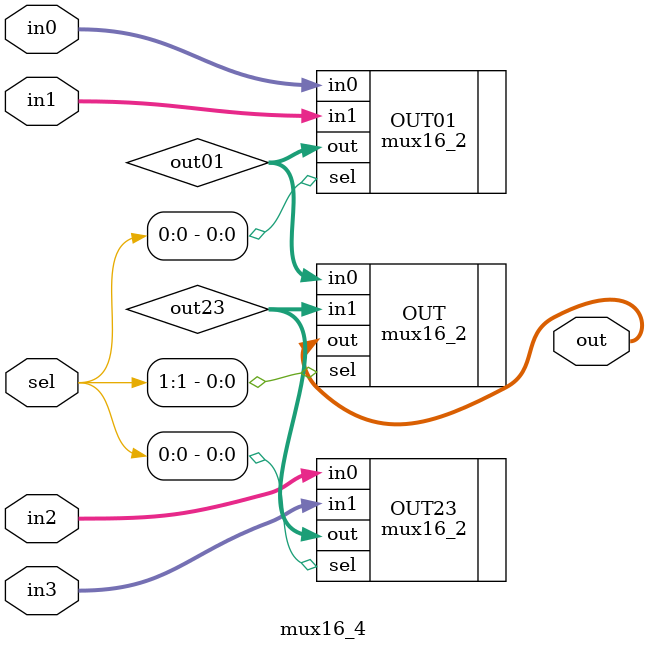
<source format=v>
/*
   CS/ECE 552, Fall '22
   Homework #3, Problem #1
  
   This module creates a mux with 4 16-bit data inputs.
   It also has a 2-bit data select and a single data output.
*/
module mux16_4 (
                // Outputs
                out,
                // Inputs
                in0, in1, in2, in3, sel
                );
	input [15:0] in0;
	input [15:0] in1;
	input [15:0] in2;
	input [15:0] in3;
	input [1:0] sel;
	output [15:0] out;
	
	wire [15:0] out01, out23;
   	
   	mux16_2 OUT01 (.out(out01), .in0(in0), .in1(in1), .sel(sel[0]));
   	mux16_2 OUT23 (.out(out23), .in0(in2), .in1(in3), .sel(sel[0]));
   	mux16_2 OUT (.out(out), .in0(out01), .in1(out23), .sel(sel[1]));
   	
endmodule

</source>
